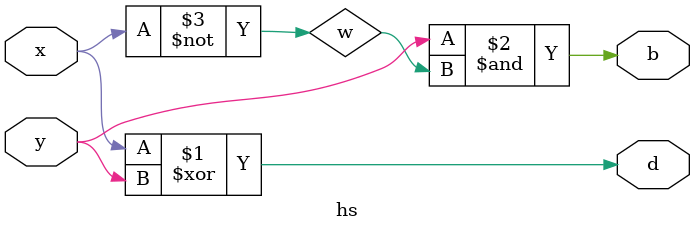
<source format=v>
module hs(x,y,d,b);
input x,y;
output d,b;
wire w;
xor x1(d,x,y);
not n1(w,x);
and a1(b,y,w);
endmodule


</source>
